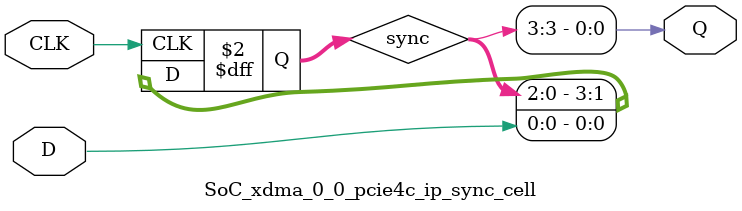
<source format=v>

`timescale 1ps / 1ps

(* DowngradeIPIdentifiedWarnings = "yes" *)
module SoC_xdma_0_0_pcie4c_ip_sync_cell #
(
    parameter integer STAGE = 3
)
(
    //-------------------------------------------------------------------------- 
    //  Input Ports
    //-------------------------------------------------------------------------- 
    input                               CLK,
    input                               D,
    
    //-------------------------------------------------------------------------- 
    //  Output Ports
    //-------------------------------------------------------------------------- 
    output                              Q
);
    //-------------------------------------------------------------------------- 
    //  Synchronized Signals
    //--------------------------------------------------------------------------  
    (* ASYNC_REG = "TRUE", SHIFT_EXTRACT = "NO" *) reg [STAGE:0] sync;                                                            



//--------------------------------------------------------------------------------------------------
//  Synchronizier
//--------------------------------------------------------------------------------------------------
always @ (posedge CLK)
begin

    sync <= {sync[(STAGE-1):0], D};
            
end   



//--------------------------------------------------------------------------------------------------
//  Generate Output
//--------------------------------------------------------------------------------------------------
assign Q = sync[STAGE];



endmodule

</source>
